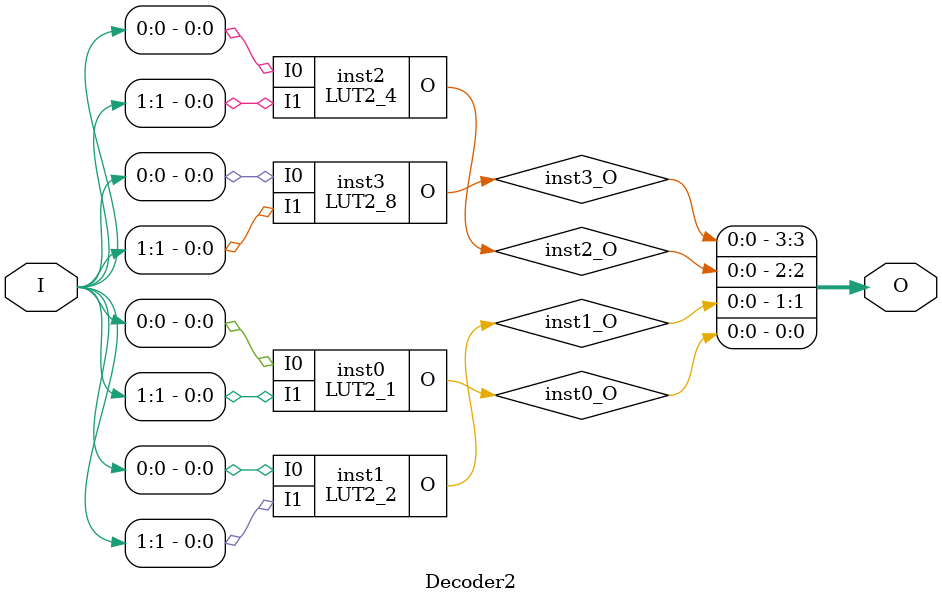
<source format=v>
module LUT2_1 (input  I0, input  I1, output  O);
wire  inst0_out;
coreir_lut2 inst0 (.in({I1,I0}), .out(inst0_out));
assign O = inst0_out;
endmodule

module LUT2_2 (input  I0, input  I1, output  O);
wire  inst0_out;
coreir_lut2 inst0 (.in({I1,I0}), .out(inst0_out));
assign O = inst0_out;
endmodule

module LUT2_4 (input  I0, input  I1, output  O);
wire  inst0_out;
coreir_lut2 inst0 (.in({I1,I0}), .out(inst0_out));
assign O = inst0_out;
endmodule

module LUT2_8 (input  I0, input  I1, output  O);
wire  inst0_out;
coreir_lut2 inst0 (.in({I1,I0}), .out(inst0_out));
assign O = inst0_out;
endmodule

module Decoder2 (input [1:0] I, output [3:0] O);
wire  inst0_O;
wire  inst1_O;
wire  inst2_O;
wire  inst3_O;
LUT2_1 inst0 (.I0(I[0]), .I1(I[1]), .O(inst0_O));
LUT2_2 inst1 (.I0(I[0]), .I1(I[1]), .O(inst1_O));
LUT2_4 inst2 (.I0(I[0]), .I1(I[1]), .O(inst2_O));
LUT2_8 inst3 (.I0(I[0]), .I1(I[1]), .O(inst3_O));
assign O = {inst3_O,inst2_O,inst1_O,inst0_O};
endmodule


</source>
